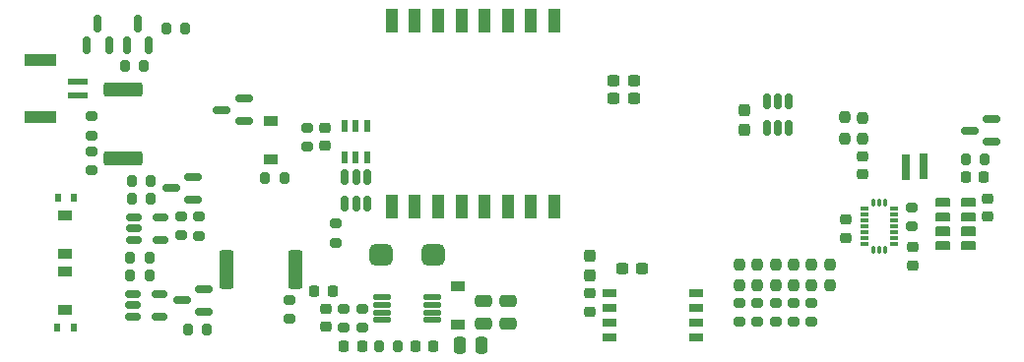
<source format=gbr>
%TF.GenerationSoftware,KiCad,Pcbnew,(6.0.2)*%
%TF.CreationDate,2022-11-13T17:15:13+11:00*%
%TF.ProjectId,Strelka_Flight_Computer,53747265-6c6b-4615-9f46-6c696768745f,rev?*%
%TF.SameCoordinates,Original*%
%TF.FileFunction,Paste,Bot*%
%TF.FilePolarity,Positive*%
%FSLAX46Y46*%
G04 Gerber Fmt 4.6, Leading zero omitted, Abs format (unit mm)*
G04 Created by KiCad (PCBNEW (6.0.2)) date 2022-11-13 17:15:13*
%MOMM*%
%LPD*%
G01*
G04 APERTURE LIST*
G04 Aperture macros list*
%AMRoundRect*
0 Rectangle with rounded corners*
0 $1 Rounding radius*
0 $2 $3 $4 $5 $6 $7 $8 $9 X,Y pos of 4 corners*
0 Add a 4 corners polygon primitive as box body*
4,1,4,$2,$3,$4,$5,$6,$7,$8,$9,$2,$3,0*
0 Add four circle primitives for the rounded corners*
1,1,$1+$1,$2,$3*
1,1,$1+$1,$4,$5*
1,1,$1+$1,$6,$7*
1,1,$1+$1,$8,$9*
0 Add four rect primitives between the rounded corners*
20,1,$1+$1,$2,$3,$4,$5,0*
20,1,$1+$1,$4,$5,$6,$7,0*
20,1,$1+$1,$6,$7,$8,$9,0*
20,1,$1+$1,$8,$9,$2,$3,0*%
G04 Aperture macros list end*
%ADD10C,0.152400*%
%ADD11RoundRect,0.150000X0.587500X0.150000X-0.587500X0.150000X-0.587500X-0.150000X0.587500X-0.150000X0*%
%ADD12RoundRect,0.200000X0.275000X-0.200000X0.275000X0.200000X-0.275000X0.200000X-0.275000X-0.200000X0*%
%ADD13RoundRect,0.225000X-0.250000X0.225000X-0.250000X-0.225000X0.250000X-0.225000X0.250000X0.225000X0*%
%ADD14RoundRect,0.237500X0.237500X-0.250000X0.237500X0.250000X-0.237500X0.250000X-0.237500X-0.250000X0*%
%ADD15RoundRect,0.200000X-0.275000X0.200000X-0.275000X-0.200000X0.275000X-0.200000X0.275000X0.200000X0*%
%ADD16RoundRect,0.150000X0.150000X-0.587500X0.150000X0.587500X-0.150000X0.587500X-0.150000X-0.587500X0*%
%ADD17R,1.200000X0.900000*%
%ADD18RoundRect,0.225000X0.225000X0.250000X-0.225000X0.250000X-0.225000X-0.250000X0.225000X-0.250000X0*%
%ADD19RoundRect,0.250000X-0.250000X-0.475000X0.250000X-0.475000X0.250000X0.475000X-0.250000X0.475000X0*%
%ADD20RoundRect,0.005000X-0.332500X-0.120000X0.332500X-0.120000X0.332500X0.120000X-0.332500X0.120000X0*%
%ADD21RoundRect,0.005000X-0.120000X0.270000X-0.120000X-0.270000X0.120000X-0.270000X0.120000X0.270000X0*%
%ADD22RoundRect,0.200000X-0.200000X-0.275000X0.200000X-0.275000X0.200000X0.275000X-0.200000X0.275000X0*%
%ADD23RoundRect,0.150000X-0.512500X-0.150000X0.512500X-0.150000X0.512500X0.150000X-0.512500X0.150000X0*%
%ADD24RoundRect,0.028800X-0.706200X-0.211200X0.706200X-0.211200X0.706200X0.211200X-0.706200X0.211200X0*%
%ADD25RoundRect,0.150000X-0.150000X0.512500X-0.150000X-0.512500X0.150000X-0.512500X0.150000X0.512500X0*%
%ADD26RoundRect,0.250000X-1.425000X0.362500X-1.425000X-0.362500X1.425000X-0.362500X1.425000X0.362500X0*%
%ADD27RoundRect,0.200000X0.200000X0.275000X-0.200000X0.275000X-0.200000X-0.275000X0.200000X-0.275000X0*%
%ADD28RoundRect,0.237500X-0.300000X-0.237500X0.300000X-0.237500X0.300000X0.237500X-0.300000X0.237500X0*%
%ADD29R,1.700000X0.600000*%
%ADD30R,2.700000X1.000000*%
%ADD31RoundRect,0.237500X-0.237500X0.250000X-0.237500X-0.250000X0.237500X-0.250000X0.237500X0.250000X0*%
%ADD32RoundRect,0.250000X0.362500X1.425000X-0.362500X1.425000X-0.362500X-1.425000X0.362500X-1.425000X0*%
%ADD33R,1.000000X2.000000*%
%ADD34R,0.600000X0.700000*%
%ADD35R,1.250000X0.650000*%
%ADD36RoundRect,0.237500X0.237500X-0.300000X0.237500X0.300000X-0.237500X0.300000X-0.237500X-0.300000X0*%
%ADD37R,0.650000X2.200000*%
%ADD38R,0.650000X2.300000*%
%ADD39R,0.558800X1.003300*%
%ADD40RoundRect,0.250000X-0.475000X0.250000X-0.475000X-0.250000X0.475000X-0.250000X0.475000X0.250000X0*%
%ADD41RoundRect,0.225000X-0.225000X-0.250000X0.225000X-0.250000X0.225000X0.250000X-0.225000X0.250000X0*%
%ADD42RoundRect,0.450000X-0.550000X-0.450000X0.550000X-0.450000X0.550000X0.450000X-0.550000X0.450000X0*%
%ADD43RoundRect,0.225000X0.250000X-0.225000X0.250000X0.225000X-0.250000X0.225000X-0.250000X-0.225000X0*%
%ADD44R,1.092200X0.609600*%
G04 APERTURE END LIST*
D10*
%TO.C,U12*%
X174779500Y-89829800D02*
X174779500Y-89220200D01*
X174779500Y-91720200D02*
X175871700Y-91720200D01*
X175871700Y-88579800D02*
X174779500Y-88579800D01*
X176979500Y-89220200D02*
X178071700Y-89220200D01*
X175871700Y-91720200D02*
X175871700Y-92329800D01*
X175871700Y-90470200D02*
X175871700Y-91079800D01*
X174779500Y-88579800D02*
X174779500Y-87970200D01*
X176979500Y-89829800D02*
X176979500Y-89220200D01*
X178071700Y-89220200D02*
X178071700Y-89829800D01*
X174779500Y-89220200D02*
X175871700Y-89220200D01*
X178071700Y-91079800D02*
X176979500Y-91079800D01*
X178071700Y-89829800D02*
X176979500Y-89829800D01*
X176979500Y-90470200D02*
X178071700Y-90470200D01*
X176979500Y-87970200D02*
X178071700Y-87970200D01*
X174779500Y-90470200D02*
X175871700Y-90470200D01*
X174779500Y-92329800D02*
X174779500Y-91720200D01*
X176979500Y-91720200D02*
X178071700Y-91720200D01*
X175871700Y-92329800D02*
X174779500Y-92329800D01*
X178071700Y-87970200D02*
X178071700Y-88579800D01*
X174779500Y-91079800D02*
X174779500Y-90470200D01*
X178071700Y-88579800D02*
X176979500Y-88579800D01*
X178071700Y-91720200D02*
X178071700Y-92329800D01*
X178071700Y-90470200D02*
X178071700Y-91079800D01*
X176979500Y-92329800D02*
X176979500Y-91720200D01*
X175871700Y-89829800D02*
X174779500Y-89829800D01*
X178071700Y-92329800D02*
X176979500Y-92329800D01*
X175871700Y-87970200D02*
X175871700Y-88579800D01*
X175871700Y-89220200D02*
X175871700Y-89829800D01*
X176979500Y-88579800D02*
X176979500Y-87970200D01*
X175871700Y-91079800D02*
X174779500Y-91079800D01*
X174779500Y-87970200D02*
X175871700Y-87970200D01*
X176979500Y-91079800D02*
X176979500Y-90470200D01*
%TD*%
D11*
%TO.C,Q6*%
X110868700Y-86121200D03*
X110868700Y-88021200D03*
X108993700Y-87071200D03*
%TD*%
D12*
%TO.C,R63*%
X125425200Y-99072200D03*
X125425200Y-97422200D03*
%TD*%
D13*
%TO.C,C28*%
X166950000Y-89775000D03*
X166950000Y-91325000D03*
%TD*%
D14*
%TO.C,R19*%
X165600000Y-95462500D03*
X165600000Y-93637500D03*
%TD*%
D15*
%TO.C,R64*%
X102108000Y-83897200D03*
X102108000Y-85547200D03*
%TD*%
D16*
%TO.C,Q8*%
X107045800Y-74749900D03*
X105145800Y-74749900D03*
X106095800Y-72874900D03*
%TD*%
D17*
%TO.C,D1*%
X117500400Y-84606400D03*
X117500400Y-81306400D03*
%TD*%
D14*
%TO.C,R16*%
X160950000Y-95462500D03*
X160950000Y-93637500D03*
%TD*%
D15*
%TO.C,R7*%
X120700800Y-81877400D03*
X120700800Y-83527400D03*
%TD*%
D18*
%TO.C,C48*%
X131534200Y-100634800D03*
X129984200Y-100634800D03*
%TD*%
D12*
%TO.C,R39*%
X157850000Y-98575000D03*
X157850000Y-96925000D03*
%TD*%
D19*
%TO.C,C55*%
X133771600Y-100563600D03*
X135671600Y-100563600D03*
%TD*%
D20*
%TO.C,U11*%
X171100200Y-91852400D03*
X171100200Y-91352400D03*
X171100200Y-90852400D03*
X171100200Y-90352400D03*
X171100200Y-89852400D03*
X171100200Y-89352400D03*
X171100200Y-88852400D03*
D21*
X170337700Y-88302400D03*
X169837700Y-88302400D03*
X169337700Y-88302400D03*
D20*
X168575200Y-88852400D03*
X168575200Y-89352400D03*
X168575200Y-89852400D03*
X168575200Y-90352400D03*
X168575200Y-90852400D03*
X168575200Y-91352400D03*
X168575200Y-91852400D03*
D21*
X169337700Y-92402400D03*
X169837700Y-92402400D03*
X170337700Y-92402400D03*
%TD*%
D22*
%TO.C,R61*%
X126847600Y-100634800D03*
X128497600Y-100634800D03*
%TD*%
D14*
%TO.C,R14*%
X157850000Y-95462500D03*
X157850000Y-93637500D03*
%TD*%
D23*
%TO.C,U15*%
X105669500Y-98105000D03*
X105669500Y-97155000D03*
X105669500Y-96205000D03*
X107944500Y-96205000D03*
X107944500Y-98105000D03*
%TD*%
D12*
%TO.C,R36*%
X162500000Y-98575000D03*
X162500000Y-96925000D03*
%TD*%
D24*
%TO.C,U16*%
X127085200Y-98409400D03*
X127085200Y-97759400D03*
X127085200Y-97109400D03*
X127085200Y-96459400D03*
X131385200Y-96459400D03*
X131385200Y-97109400D03*
X131385200Y-97759400D03*
X131385200Y-98409400D03*
%TD*%
D18*
%TO.C,C46*%
X122847400Y-95910400D03*
X121297400Y-95910400D03*
%TD*%
D11*
%TO.C,D11*%
X179487500Y-81150000D03*
X179487500Y-83050000D03*
X177612500Y-82100000D03*
%TD*%
D22*
%TO.C,R49*%
X110427000Y-99212400D03*
X112077000Y-99212400D03*
%TD*%
D17*
%TO.C,D14*%
X133632000Y-98813600D03*
X133632000Y-95513600D03*
%TD*%
D25*
%TO.C,U2*%
X123916400Y-86136900D03*
X124866400Y-86136900D03*
X125816400Y-86136900D03*
X125816400Y-88411900D03*
X124866400Y-88411900D03*
X123916400Y-88411900D03*
%TD*%
D26*
%TO.C,R27*%
X104851200Y-78571500D03*
X104851200Y-84496500D03*
%TD*%
D12*
%TO.C,R69*%
X102108000Y-82523600D03*
X102108000Y-80873600D03*
%TD*%
D27*
%TO.C,R34*%
X107251000Y-86487000D03*
X105601000Y-86487000D03*
%TD*%
D12*
%TO.C,R31*%
X109875000Y-91150000D03*
X109875000Y-89500000D03*
%TD*%
D15*
%TO.C,R9*%
X123139200Y-90107000D03*
X123139200Y-91757000D03*
%TD*%
D28*
%TO.C,C13*%
X147727500Y-93980000D03*
X149452500Y-93980000D03*
%TD*%
D29*
%TO.C,SW3*%
X100905000Y-79111000D03*
X100905000Y-77861000D03*
D30*
X97705000Y-76011000D03*
X97705000Y-80961000D03*
%TD*%
D27*
%TO.C,R54*%
X107124000Y-93091000D03*
X105474000Y-93091000D03*
%TD*%
D18*
%TO.C,C51*%
X125387400Y-100634800D03*
X123837400Y-100634800D03*
%TD*%
D12*
%TO.C,R37*%
X160950000Y-98575000D03*
X160950000Y-96925000D03*
%TD*%
D13*
%TO.C,C30*%
X179170000Y-87960000D03*
X179170000Y-89510000D03*
%TD*%
D31*
%TO.C,R21*%
X168450000Y-81000000D03*
X168450000Y-82825000D03*
%TD*%
D11*
%TO.C,Q11*%
X111783100Y-95773200D03*
X111783100Y-97673200D03*
X109908100Y-96723200D03*
%TD*%
D32*
%TO.C,R47*%
X119650100Y-94030800D03*
X113725100Y-94030800D03*
%TD*%
D15*
%TO.C,R40*%
X172675000Y-88725000D03*
X172675000Y-90375000D03*
%TD*%
D33*
%TO.C,U4*%
X141924800Y-88619600D03*
X139924800Y-88619600D03*
X137924800Y-88619600D03*
X135924800Y-88619600D03*
X133924800Y-88619600D03*
X131924800Y-88619600D03*
X129924800Y-88619600D03*
X127924800Y-88619600D03*
X127924800Y-72619600D03*
X129924800Y-72619600D03*
X131924800Y-72619600D03*
X133924800Y-72619600D03*
X135924800Y-72619600D03*
X137924800Y-72619600D03*
X139924800Y-72619600D03*
X141924800Y-72619600D03*
%TD*%
D28*
%TO.C,C18*%
X147017500Y-79310000D03*
X148742500Y-79310000D03*
%TD*%
D22*
%TO.C,R56*%
X177275000Y-84600000D03*
X178925000Y-84600000D03*
%TD*%
D34*
%TO.C,D9*%
X100584000Y-99060000D03*
X99184000Y-99060000D03*
%TD*%
D23*
%TO.C,U10*%
X105796500Y-91501000D03*
X105796500Y-90551000D03*
X105796500Y-89601000D03*
X108071500Y-89601000D03*
X108071500Y-91501000D03*
%TD*%
D11*
%TO.C,Q1*%
X115214400Y-79380000D03*
X115214400Y-81280000D03*
X113339400Y-80330000D03*
%TD*%
D35*
%TO.C,IC1*%
X154150000Y-96145000D03*
X154150000Y-97415000D03*
X154150000Y-98685000D03*
X154150000Y-99955000D03*
X146650000Y-99955000D03*
X146650000Y-98685000D03*
X146650000Y-97415000D03*
X146650000Y-96145000D03*
%TD*%
D36*
%TO.C,C17*%
X144950000Y-94572500D03*
X144950000Y-92847500D03*
%TD*%
D17*
%TO.C,I1*%
X99822000Y-92709000D03*
X99822000Y-89409000D03*
%TD*%
D27*
%TO.C,R52*%
X107124000Y-94615000D03*
X105474000Y-94615000D03*
%TD*%
D17*
%TO.C,I2*%
X99822000Y-94235000D03*
X99822000Y-97535000D03*
%TD*%
D14*
%TO.C,R17*%
X162500000Y-95462500D03*
X162500000Y-93637500D03*
%TD*%
D37*
%TO.C,BT2*%
X172150000Y-85225000D03*
D38*
X173650000Y-85175000D03*
%TD*%
D16*
%TO.C,Q3*%
X103616800Y-74749900D03*
X101716800Y-74749900D03*
X102666800Y-72874900D03*
%TD*%
D28*
%TO.C,C15*%
X147017500Y-77780000D03*
X148742500Y-77780000D03*
%TD*%
D13*
%TO.C,C31*%
X144950000Y-96125000D03*
X144950000Y-97675000D03*
%TD*%
D31*
%TO.C,R22*%
X166900000Y-80987500D03*
X166900000Y-82812500D03*
%TD*%
D39*
%TO.C,MOSFET1*%
X123901200Y-81673700D03*
X124851201Y-81673700D03*
X125801202Y-81673700D03*
X125801202Y-84378800D03*
X124851201Y-84378800D03*
X123901200Y-84378800D03*
%TD*%
D22*
%TO.C,R28*%
X104991400Y-76555600D03*
X106641400Y-76555600D03*
%TD*%
D12*
%TO.C,R35*%
X164050000Y-98575000D03*
X164050000Y-96925000D03*
%TD*%
D40*
%TO.C,C56*%
X137932000Y-96813600D03*
X137932000Y-98713600D03*
%TD*%
%TO.C,C57*%
X135832000Y-96813600D03*
X135832000Y-98713600D03*
%TD*%
D22*
%TO.C,R3*%
X117043200Y-86156800D03*
X118693200Y-86156800D03*
%TD*%
D36*
%TO.C,C16*%
X158300000Y-82050000D03*
X158300000Y-80325000D03*
%TD*%
D15*
%TO.C,R62*%
X123799600Y-97422200D03*
X123799600Y-99072200D03*
%TD*%
D25*
%TO.C,U8*%
X160175000Y-79625000D03*
X161125000Y-79625000D03*
X162075000Y-79625000D03*
X162075000Y-81900000D03*
X161125000Y-81900000D03*
X160175000Y-81900000D03*
%TD*%
D41*
%TO.C,C38*%
X177325000Y-86100000D03*
X178875000Y-86100000D03*
%TD*%
D13*
%TO.C,C47*%
X122275600Y-97472200D03*
X122275600Y-99022200D03*
%TD*%
D42*
%TO.C,L2*%
X126982000Y-92763600D03*
X131482000Y-92763600D03*
%TD*%
D12*
%TO.C,R30*%
X111400000Y-91159600D03*
X111400000Y-89509600D03*
%TD*%
D27*
%TO.C,R32*%
X107251000Y-88011000D03*
X105601000Y-88011000D03*
%TD*%
D15*
%TO.C,R53*%
X119126000Y-96660200D03*
X119126000Y-98310200D03*
%TD*%
D22*
%TO.C,R48*%
X108547400Y-73304400D03*
X110197400Y-73304400D03*
%TD*%
D34*
%TO.C,D5*%
X100649000Y-87884000D03*
X99249000Y-87884000D03*
%TD*%
D14*
%TO.C,R15*%
X159400000Y-95462500D03*
X159400000Y-93637500D03*
%TD*%
D12*
%TO.C,R38*%
X159400000Y-98575000D03*
X159400000Y-96925000D03*
%TD*%
D43*
%TO.C,C6*%
X122224800Y-83426600D03*
X122224800Y-81876600D03*
%TD*%
D13*
%TO.C,C29*%
X172750000Y-92150000D03*
X172750000Y-93700000D03*
%TD*%
D43*
%TO.C,C36*%
X168450000Y-85850000D03*
X168450000Y-84300000D03*
%TD*%
D14*
%TO.C,R18*%
X164050000Y-95462500D03*
X164050000Y-93637500D03*
%TD*%
D44*
%TO.C,U12*%
X177525600Y-88275000D03*
X177525600Y-89525000D03*
X177525600Y-90775000D03*
X177525600Y-92025000D03*
X175325600Y-92025000D03*
X175325600Y-90775000D03*
X175325600Y-89525000D03*
X175325600Y-88275000D03*
%TD*%
M02*

</source>
